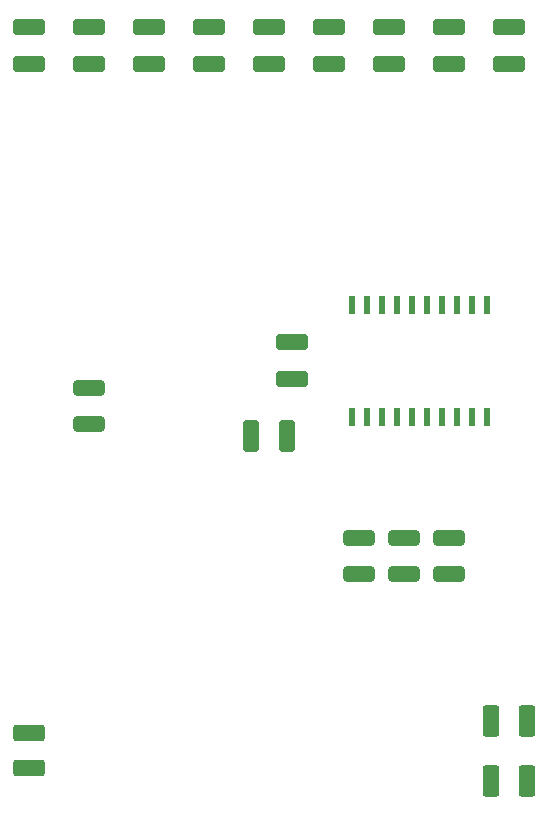
<source format=gtp>
G04 #@! TF.GenerationSoftware,KiCad,Pcbnew,(6.0.4-103-ge02229a234)*
G04 #@! TF.CreationDate,2022-04-10T23:24:48+02:00*
G04 #@! TF.ProjectId,CANduino128 - v1.1 - 6.0.4,43414e64-7569-46e6-9f31-3238202d2076,rev?*
G04 #@! TF.SameCoordinates,Original*
G04 #@! TF.FileFunction,Paste,Top*
G04 #@! TF.FilePolarity,Positive*
%FSLAX46Y46*%
G04 Gerber Fmt 4.6, Leading zero omitted, Abs format (unit mm)*
G04 Created by KiCad (PCBNEW (6.0.4-103-ge02229a234)) date 2022-04-10 23:24:48*
%MOMM*%
%LPD*%
G01*
G04 APERTURE LIST*
G04 Aperture macros list*
%AMRoundRect*
0 Rectangle with rounded corners*
0 $1 Rounding radius*
0 $2 $3 $4 $5 $6 $7 $8 $9 X,Y pos of 4 corners*
0 Add a 4 corners polygon primitive as box body*
4,1,4,$2,$3,$4,$5,$6,$7,$8,$9,$2,$3,0*
0 Add four circle primitives for the rounded corners*
1,1,$1+$1,$2,$3*
1,1,$1+$1,$4,$5*
1,1,$1+$1,$6,$7*
1,1,$1+$1,$8,$9*
0 Add four rect primitives between the rounded corners*
20,1,$1+$1,$2,$3,$4,$5,0*
20,1,$1+$1,$4,$5,$6,$7,0*
20,1,$1+$1,$6,$7,$8,$9,0*
20,1,$1+$1,$8,$9,$2,$3,0*%
G04 Aperture macros list end*
%ADD10RoundRect,0.250000X1.100000X-0.412500X1.100000X0.412500X-1.100000X0.412500X-1.100000X-0.412500X0*%
%ADD11RoundRect,0.250001X-0.462499X-1.074999X0.462499X-1.074999X0.462499X1.074999X-0.462499X1.074999X0*%
%ADD12RoundRect,0.250000X-1.075000X0.400000X-1.075000X-0.400000X1.075000X-0.400000X1.075000X0.400000X0*%
%ADD13R,0.600000X1.500000*%
%ADD14RoundRect,0.250000X0.412500X1.100000X-0.412500X1.100000X-0.412500X-1.100000X0.412500X-1.100000X0*%
%ADD15RoundRect,0.250001X-1.074999X0.462499X-1.074999X-0.462499X1.074999X-0.462499X1.074999X0.462499X0*%
%ADD16RoundRect,0.250000X1.075000X-0.400000X1.075000X0.400000X-1.075000X0.400000X-1.075000X-0.400000X0*%
G04 APERTURE END LIST*
D10*
X165100000Y-63792500D03*
X165100000Y-60667500D03*
D11*
X178852500Y-119380000D03*
X181827500Y-119380000D03*
D12*
X171450000Y-103860000D03*
X171450000Y-106960000D03*
D10*
X139700000Y-63792500D03*
X139700000Y-60667500D03*
X170180000Y-63792500D03*
X170180000Y-60667500D03*
D13*
X167005000Y-93650000D03*
X168275000Y-93650000D03*
X169545000Y-93650000D03*
X170815000Y-93650000D03*
X172085000Y-93650000D03*
X173355000Y-93650000D03*
X174625000Y-93650000D03*
X175895000Y-93650000D03*
X177165000Y-93650000D03*
X178435000Y-93650000D03*
X178435000Y-84150000D03*
X177165000Y-84150000D03*
X175895000Y-84150000D03*
X174625000Y-84150000D03*
X173355000Y-84150000D03*
X172085000Y-84150000D03*
X170815000Y-84150000D03*
X169545000Y-84150000D03*
X168275000Y-84150000D03*
X167005000Y-84150000D03*
D14*
X161582500Y-95250000D03*
X158457500Y-95250000D03*
D10*
X149860000Y-63792500D03*
X149860000Y-60667500D03*
D15*
X139700000Y-120432500D03*
X139700000Y-123407500D03*
D10*
X160020000Y-63792500D03*
X160020000Y-60667500D03*
D16*
X144780000Y-94260000D03*
X144780000Y-91160000D03*
D10*
X154940000Y-63792500D03*
X154940000Y-60667500D03*
X180340000Y-63792500D03*
X180340000Y-60667500D03*
X144780000Y-63792500D03*
X144780000Y-60667500D03*
D12*
X167640000Y-103860000D03*
X167640000Y-106960000D03*
D10*
X175260000Y-63792500D03*
X175260000Y-60667500D03*
X161925000Y-90462500D03*
X161925000Y-87337500D03*
D12*
X175260000Y-103860000D03*
X175260000Y-106960000D03*
D11*
X178852500Y-124460000D03*
X181827500Y-124460000D03*
M02*

</source>
